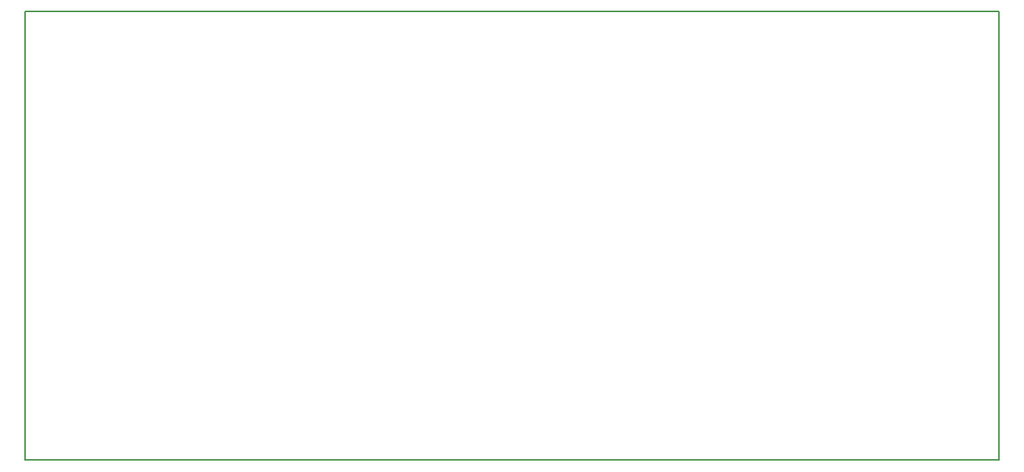
<source format=gko>
G04*
G04 #@! TF.GenerationSoftware,Altium Limited,Altium Designer,21.4.1 (30)*
G04*
G04 Layer_Color=16711935*
%FSLAX25Y25*%
%MOIN*%
G70*
G04*
G04 #@! TF.SameCoordinates,1266B52B-6285-4ABA-978B-C55B880163AB*
G04*
G04*
G04 #@! TF.FilePolarity,Positive*
G04*
G01*
G75*
%ADD13C,0.00500*%
D13*
X272500Y229500D02*
Y426500D01*
X700000D01*
Y229500D02*
Y426500D01*
X272500Y229500D02*
X700000D01*
M02*

</source>
